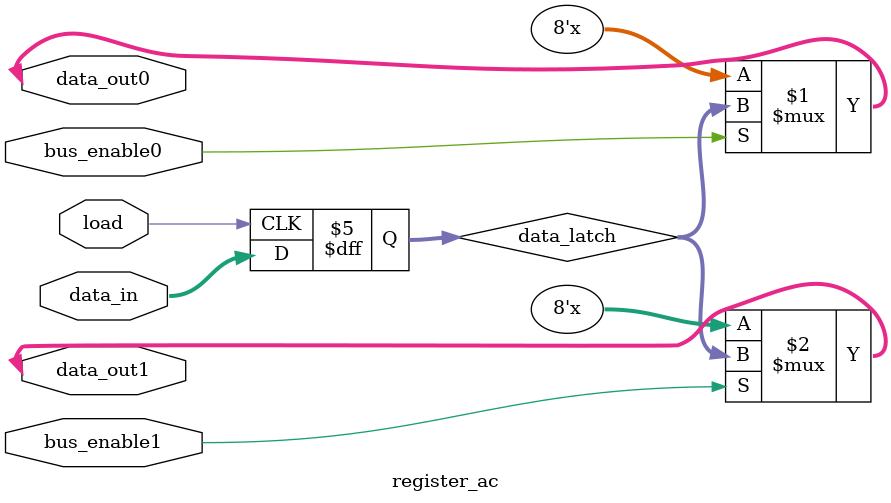
<source format=sv>
`timescale 1ns / 1ps

module register_ac(
    input [7:0] data_in,
    input load,
    inout [7:0] data_out0,
    input bus_enable0,
    inout [7:0] data_out1,
    input bus_enable1
);

logic [7:0] data_latch;
assign data_out0 = bus_enable0 ? data_latch : 8'bz;
assign data_out1 = bus_enable1 ? data_latch : 8'bz;

initial begin
    data_latch = 8'b0;
end

always_ff @(posedge load) begin
    data_latch <= data_in;
end

endmodule

</source>
